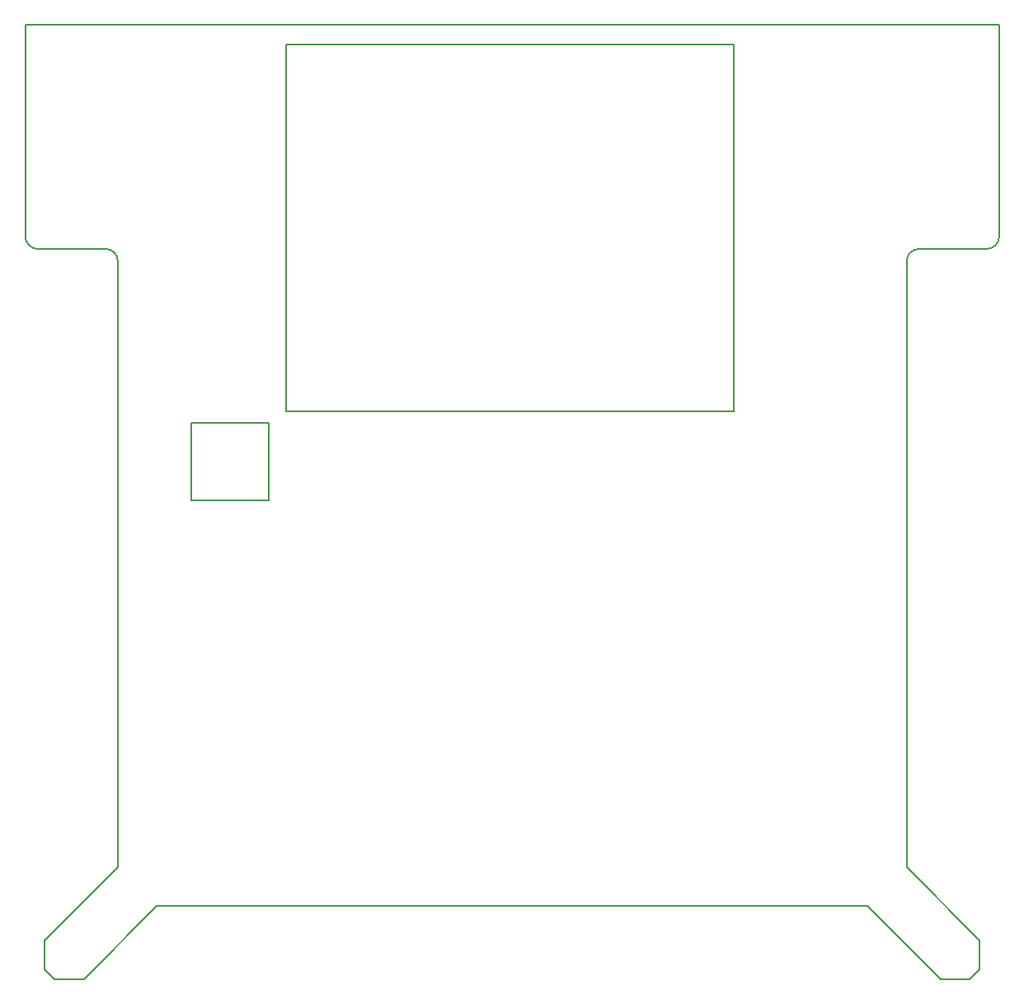
<source format=gko>
G04*
G04 #@! TF.GenerationSoftware,Altium Limited,Altium Designer,19.0.13 (425)*
G04*
G04 Layer_Color=16711935*
%FSTAX24Y24*%
%MOIN*%
G70*
G01*
G75*
%ADD12C,0.0079*%
D12*
X024296Y033063D02*
G03*
X023796Y033563I-0005J0D01*
G01*
X020556Y034063D02*
G03*
X021056Y033563I0005J0D01*
G01*
X059426D02*
G03*
X059926Y034063I0J0005D01*
G01*
X056686Y033563D02*
G03*
X056186Y033063I0J-0005D01*
G01*
X049212Y026981D02*
Y041843D01*
X031102D02*
X049212D01*
X031102Y026981D02*
Y041843D01*
Y026981D02*
X049212D01*
X02725Y023392D02*
Y026541D01*
Y023392D02*
X030399D01*
Y026541D01*
X02725D02*
X030399D01*
X024296Y033063D02*
X024296Y008563D01*
X021056Y033563D02*
X023796D01*
X056686D02*
X059426D01*
X022918Y004035D02*
X025871Y006988D01*
X021737Y004035D02*
X022918D01*
X021343Y004429D02*
X021737Y004035D01*
X021343Y004429D02*
Y00561D01*
X024296Y008563D01*
X056186D02*
X059139Y00561D01*
Y004429D02*
Y00561D01*
X058745Y004035D02*
X059139Y004429D01*
X057564Y004035D02*
X058745D01*
X054611Y006988D02*
X057564Y004035D01*
X056186Y033063D02*
X056186Y008563D01*
X025871Y006988D02*
X054611D01*
X031102Y026981D02*
Y041843D01*
Y026981D02*
X049212D01*
Y041843D01*
X031102D02*
X049212D01*
X059926Y034063D02*
Y042618D01*
X020556Y034063D02*
Y042618D01*
X059926D01*
M02*

</source>
